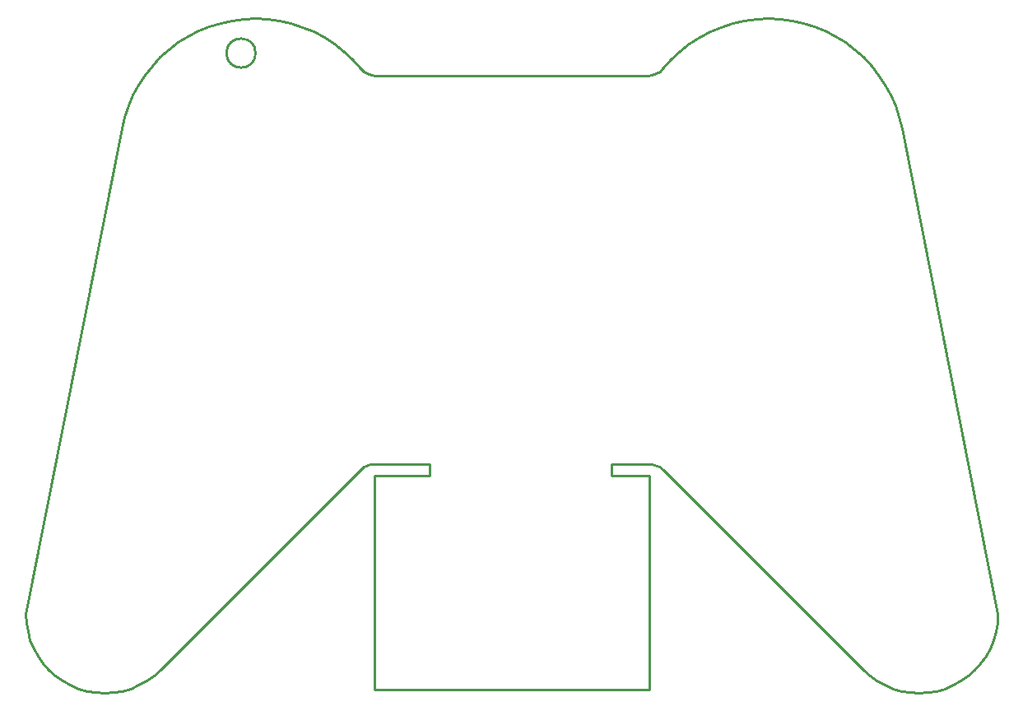
<source format=gko>
G04 Layer_Color=16711935*
%FSLAX25Y25*%
%MOIN*%
G70*
G01*
G75*
%ADD28C,0.01000*%
%ADD57C,0.00394*%
D28*
X257405Y396708D02*
G03*
X257405Y396708I-5905J0D01*
G01*
X401575Y230118D02*
X417793D01*
X417028Y138976D02*
Y225689D01*
X417812Y230098D02*
X418929Y229951D01*
X401575Y225689D02*
X417028D01*
X401575D02*
Y230118D01*
X327854Y225689D02*
Y230217D01*
X305906Y225689D02*
X327854D01*
X305709Y138976D02*
Y225492D01*
X303906Y230217D02*
X327854D01*
X305709Y138976D02*
X416732D01*
X416269Y387700D02*
X417996Y387892D01*
X419639Y388458D01*
X421118Y389370D01*
X422361Y390585D01*
X425613Y394216D01*
X429173Y397545D01*
X433013Y400547D01*
X437103Y403198D01*
X441412Y405477D01*
X445905Y407367D01*
X450548Y408852D01*
X455303Y409921D01*
X460135Y410566D01*
X465004Y410781D01*
X469738Y410578D01*
X474437Y409968D01*
X479066Y408957D01*
X483591Y407553D01*
X487979Y405765D01*
X492197Y403607D01*
X496214Y401094D01*
X500000Y398246D01*
X503528Y395083D01*
X506772Y391628D01*
X509706Y387908D01*
X512310Y383950D01*
X514565Y379783D01*
X516453Y375437D01*
X517961Y370945D01*
X519078Y366341D01*
X557948Y169490D01*
X557747Y165916D02*
X557948Y169490D01*
X557148Y162387D02*
X557747Y165916D01*
X556157Y158947D02*
X557148Y162387D01*
X554787Y155640D02*
X556157Y158947D01*
X553055Y152507D02*
X554787Y155640D01*
X550984Y149587D02*
X553055Y152507D01*
X548598Y146918D02*
X550984Y149587D01*
X545929Y144533D02*
X548598Y146918D01*
X543010Y142461D02*
X545929Y144533D01*
X539877Y140730D02*
X543010Y142461D01*
X536569Y139360D02*
X539877Y140730D01*
X533130Y138369D02*
X536569Y139360D01*
X529600Y137769D02*
X533130Y138369D01*
X526026Y137568D02*
X529600Y137769D01*
X522452D02*
X526026Y137568D01*
X518923Y138369D02*
X522452Y137769D01*
X515483Y139360D02*
X518923Y138369D01*
X512176Y140730D02*
X515483Y139360D01*
X509043Y142461D02*
X512176Y140730D01*
X506123Y144533D02*
X509043Y142461D01*
X503454Y146918D02*
X506123Y144533D01*
X422459Y227913D02*
X503454Y146918D01*
X420828Y229165D02*
X422459Y227913D01*
X418929Y229951D02*
X420828Y229165D01*
X301367D02*
X303906Y230217D01*
X299736Y227913D02*
X301367Y229165D01*
X218741Y146918D02*
X299736Y227913D01*
X216072Y144533D02*
X218741Y146918D01*
X213152Y142461D02*
X216072Y144533D01*
X210019Y140730D02*
X213152Y142461D01*
X206712Y139360D02*
X210019Y140730D01*
X203272Y138369D02*
X206712Y139360D01*
X199743Y137769D02*
X203272Y138369D01*
X196169Y137568D02*
X199743Y137769D01*
X192595D02*
X196169Y137568D01*
X189066Y138369D02*
X192595Y137769D01*
X185626Y139360D02*
X189066Y138369D01*
X182319Y140730D02*
X185626Y139360D01*
X179185Y142461D02*
X182319Y140730D01*
X176266Y144533D02*
X179185Y142461D01*
X173597Y146918D02*
X176266Y144533D01*
X171212Y149587D02*
X173597Y146918D01*
X169140Y152507D02*
X171212Y149587D01*
X167408Y155640D02*
X169140Y152507D01*
X166039Y158947D02*
X167408Y155640D01*
X165048Y162387D02*
X166039Y158947D01*
X164448Y165916D02*
X165048Y162387D01*
X164247Y169490D02*
X164448Y165916D01*
X164247Y169490D02*
X203117Y366341D01*
X204234Y370945D01*
X205742Y375437D01*
X207630Y379783D01*
X209885Y383950D01*
X212489Y387908D01*
X215424Y391628D01*
X218667Y395083D01*
X222195Y398246D01*
X225981Y401094D01*
X229998Y403607D01*
X234216Y405765D01*
X238604Y407553D01*
X243129Y408957D01*
X247758Y409968D01*
X252457Y410578D01*
X257191Y410781D01*
X262060Y410566D01*
X266892Y409921D01*
X271648Y408852D01*
X276290Y407367D01*
X280783Y405477D01*
X285092Y403198D01*
X289182Y400547D01*
X293022Y397545D01*
X296582Y394216D01*
X299834Y390585D01*
X301077Y389370D01*
X302556Y388458D01*
X304199Y387892D01*
X305926Y387700D01*
X416269D01*
D57*
X305709Y225492D02*
X305906Y225689D01*
M02*

</source>
